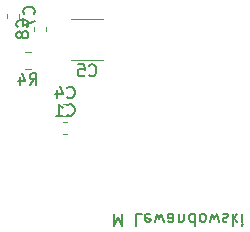
<source format=gbr>
G04 #@! TF.GenerationSoftware,KiCad,Pcbnew,5.1.5+dfsg1-2build2*
G04 #@! TF.CreationDate,2021-10-19T23:33:07+01:00*
G04 #@! TF.ProjectId,radiation_sensor,72616469-6174-4696-9f6e-5f73656e736f,rev?*
G04 #@! TF.SameCoordinates,Original*
G04 #@! TF.FileFunction,Legend,Bot*
G04 #@! TF.FilePolarity,Positive*
%FSLAX46Y46*%
G04 Gerber Fmt 4.6, Leading zero omitted, Abs format (unit mm)*
G04 Created by KiCad (PCBNEW 5.1.5+dfsg1-2build2) date 2021-10-19 23:33:07*
%MOMM*%
%LPD*%
G04 APERTURE LIST*
%ADD10C,0.150000*%
%ADD11C,0.120000*%
G04 APERTURE END LIST*
D10*
X138547619Y-76947619D02*
X138547619Y-77947619D01*
X138880952Y-77233333D01*
X139214285Y-77947619D01*
X139214285Y-76947619D01*
X140928571Y-76947619D02*
X140452380Y-76947619D01*
X140452380Y-77947619D01*
X141642857Y-76995238D02*
X141547619Y-76947619D01*
X141357142Y-76947619D01*
X141261904Y-76995238D01*
X141214285Y-77090476D01*
X141214285Y-77471428D01*
X141261904Y-77566666D01*
X141357142Y-77614285D01*
X141547619Y-77614285D01*
X141642857Y-77566666D01*
X141690476Y-77471428D01*
X141690476Y-77376190D01*
X141214285Y-77280952D01*
X142023809Y-77614285D02*
X142214285Y-76947619D01*
X142404761Y-77423809D01*
X142595238Y-76947619D01*
X142785714Y-77614285D01*
X143595238Y-76947619D02*
X143595238Y-77471428D01*
X143547619Y-77566666D01*
X143452380Y-77614285D01*
X143261904Y-77614285D01*
X143166666Y-77566666D01*
X143595238Y-76995238D02*
X143500000Y-76947619D01*
X143261904Y-76947619D01*
X143166666Y-76995238D01*
X143119047Y-77090476D01*
X143119047Y-77185714D01*
X143166666Y-77280952D01*
X143261904Y-77328571D01*
X143500000Y-77328571D01*
X143595238Y-77376190D01*
X144071428Y-77614285D02*
X144071428Y-76947619D01*
X144071428Y-77519047D02*
X144119047Y-77566666D01*
X144214285Y-77614285D01*
X144357142Y-77614285D01*
X144452380Y-77566666D01*
X144500000Y-77471428D01*
X144500000Y-76947619D01*
X145404761Y-76947619D02*
X145404761Y-77947619D01*
X145404761Y-76995238D02*
X145309523Y-76947619D01*
X145119047Y-76947619D01*
X145023809Y-76995238D01*
X144976190Y-77042857D01*
X144928571Y-77138095D01*
X144928571Y-77423809D01*
X144976190Y-77519047D01*
X145023809Y-77566666D01*
X145119047Y-77614285D01*
X145309523Y-77614285D01*
X145404761Y-77566666D01*
X146023809Y-76947619D02*
X145928571Y-76995238D01*
X145880952Y-77042857D01*
X145833333Y-77138095D01*
X145833333Y-77423809D01*
X145880952Y-77519047D01*
X145928571Y-77566666D01*
X146023809Y-77614285D01*
X146166666Y-77614285D01*
X146261904Y-77566666D01*
X146309523Y-77519047D01*
X146357142Y-77423809D01*
X146357142Y-77138095D01*
X146309523Y-77042857D01*
X146261904Y-76995238D01*
X146166666Y-76947619D01*
X146023809Y-76947619D01*
X146690476Y-77614285D02*
X146880952Y-76947619D01*
X147071428Y-77423809D01*
X147261904Y-76947619D01*
X147452380Y-77614285D01*
X147785714Y-76995238D02*
X147880952Y-76947619D01*
X148071428Y-76947619D01*
X148166666Y-76995238D01*
X148214285Y-77090476D01*
X148214285Y-77138095D01*
X148166666Y-77233333D01*
X148071428Y-77280952D01*
X147928571Y-77280952D01*
X147833333Y-77328571D01*
X147785714Y-77423809D01*
X147785714Y-77471428D01*
X147833333Y-77566666D01*
X147928571Y-77614285D01*
X148071428Y-77614285D01*
X148166666Y-77566666D01*
X148642857Y-76947619D02*
X148642857Y-77947619D01*
X148738095Y-77328571D02*
X149023809Y-76947619D01*
X149023809Y-77614285D02*
X148642857Y-77233333D01*
X149452380Y-76947619D02*
X149452380Y-77614285D01*
X149452380Y-77947619D02*
X149404761Y-77900000D01*
X149452380Y-77852380D01*
X149500000Y-77900000D01*
X149452380Y-77947619D01*
X149452380Y-77852380D01*
D11*
X131013748Y-63240000D02*
X131536252Y-63240000D01*
X131013748Y-64660000D02*
X131536252Y-64660000D01*
X132810000Y-61128733D02*
X132810000Y-61471267D01*
X131790000Y-61128733D02*
X131790000Y-61471267D01*
X129490000Y-60371267D02*
X129490000Y-60028733D01*
X130510000Y-60371267D02*
X130510000Y-60028733D01*
X134913748Y-60490000D02*
X137686252Y-60490000D01*
X134913748Y-63910000D02*
X137686252Y-63910000D01*
X134621267Y-68660000D02*
X134278733Y-68660000D01*
X134621267Y-67640000D02*
X134278733Y-67640000D01*
X134621267Y-70160000D02*
X134278733Y-70160000D01*
X134621267Y-69140000D02*
X134278733Y-69140000D01*
D10*
X131441666Y-66052380D02*
X131775000Y-65576190D01*
X132013095Y-66052380D02*
X132013095Y-65052380D01*
X131632142Y-65052380D01*
X131536904Y-65100000D01*
X131489285Y-65147619D01*
X131441666Y-65242857D01*
X131441666Y-65385714D01*
X131489285Y-65480952D01*
X131536904Y-65528571D01*
X131632142Y-65576190D01*
X132013095Y-65576190D01*
X130584523Y-65385714D02*
X130584523Y-66052380D01*
X130822619Y-65004761D02*
X131060714Y-65719047D01*
X130441666Y-65719047D01*
X131227142Y-61133333D02*
X131274761Y-61085714D01*
X131322380Y-60942857D01*
X131322380Y-60847619D01*
X131274761Y-60704761D01*
X131179523Y-60609523D01*
X131084285Y-60561904D01*
X130893809Y-60514285D01*
X130750952Y-60514285D01*
X130560476Y-60561904D01*
X130465238Y-60609523D01*
X130370000Y-60704761D01*
X130322380Y-60847619D01*
X130322380Y-60942857D01*
X130370000Y-61085714D01*
X130417619Y-61133333D01*
X130750952Y-61704761D02*
X130703333Y-61609523D01*
X130655714Y-61561904D01*
X130560476Y-61514285D01*
X130512857Y-61514285D01*
X130417619Y-61561904D01*
X130370000Y-61609523D01*
X130322380Y-61704761D01*
X130322380Y-61895238D01*
X130370000Y-61990476D01*
X130417619Y-62038095D01*
X130512857Y-62085714D01*
X130560476Y-62085714D01*
X130655714Y-62038095D01*
X130703333Y-61990476D01*
X130750952Y-61895238D01*
X130750952Y-61704761D01*
X130798571Y-61609523D01*
X130846190Y-61561904D01*
X130941428Y-61514285D01*
X131131904Y-61514285D01*
X131227142Y-61561904D01*
X131274761Y-61609523D01*
X131322380Y-61704761D01*
X131322380Y-61895238D01*
X131274761Y-61990476D01*
X131227142Y-62038095D01*
X131131904Y-62085714D01*
X130941428Y-62085714D01*
X130846190Y-62038095D01*
X130798571Y-61990476D01*
X130750952Y-61895238D01*
X131787142Y-60033333D02*
X131834761Y-59985714D01*
X131882380Y-59842857D01*
X131882380Y-59747619D01*
X131834761Y-59604761D01*
X131739523Y-59509523D01*
X131644285Y-59461904D01*
X131453809Y-59414285D01*
X131310952Y-59414285D01*
X131120476Y-59461904D01*
X131025238Y-59509523D01*
X130930000Y-59604761D01*
X130882380Y-59747619D01*
X130882380Y-59842857D01*
X130930000Y-59985714D01*
X130977619Y-60033333D01*
X130882380Y-60366666D02*
X130882380Y-61033333D01*
X131882380Y-60604761D01*
X136466666Y-65207142D02*
X136514285Y-65254761D01*
X136657142Y-65302380D01*
X136752380Y-65302380D01*
X136895238Y-65254761D01*
X136990476Y-65159523D01*
X137038095Y-65064285D01*
X137085714Y-64873809D01*
X137085714Y-64730952D01*
X137038095Y-64540476D01*
X136990476Y-64445238D01*
X136895238Y-64350000D01*
X136752380Y-64302380D01*
X136657142Y-64302380D01*
X136514285Y-64350000D01*
X136466666Y-64397619D01*
X135561904Y-64302380D02*
X136038095Y-64302380D01*
X136085714Y-64778571D01*
X136038095Y-64730952D01*
X135942857Y-64683333D01*
X135704761Y-64683333D01*
X135609523Y-64730952D01*
X135561904Y-64778571D01*
X135514285Y-64873809D01*
X135514285Y-65111904D01*
X135561904Y-65207142D01*
X135609523Y-65254761D01*
X135704761Y-65302380D01*
X135942857Y-65302380D01*
X136038095Y-65254761D01*
X136085714Y-65207142D01*
X134616666Y-67077142D02*
X134664285Y-67124761D01*
X134807142Y-67172380D01*
X134902380Y-67172380D01*
X135045238Y-67124761D01*
X135140476Y-67029523D01*
X135188095Y-66934285D01*
X135235714Y-66743809D01*
X135235714Y-66600952D01*
X135188095Y-66410476D01*
X135140476Y-66315238D01*
X135045238Y-66220000D01*
X134902380Y-66172380D01*
X134807142Y-66172380D01*
X134664285Y-66220000D01*
X134616666Y-66267619D01*
X133759523Y-66505714D02*
X133759523Y-67172380D01*
X133997619Y-66124761D02*
X134235714Y-66839047D01*
X133616666Y-66839047D01*
X134616666Y-68577142D02*
X134664285Y-68624761D01*
X134807142Y-68672380D01*
X134902380Y-68672380D01*
X135045238Y-68624761D01*
X135140476Y-68529523D01*
X135188095Y-68434285D01*
X135235714Y-68243809D01*
X135235714Y-68100952D01*
X135188095Y-67910476D01*
X135140476Y-67815238D01*
X135045238Y-67720000D01*
X134902380Y-67672380D01*
X134807142Y-67672380D01*
X134664285Y-67720000D01*
X134616666Y-67767619D01*
X133664285Y-68672380D02*
X134235714Y-68672380D01*
X133950000Y-68672380D02*
X133950000Y-67672380D01*
X134045238Y-67815238D01*
X134140476Y-67910476D01*
X134235714Y-67958095D01*
M02*

</source>
